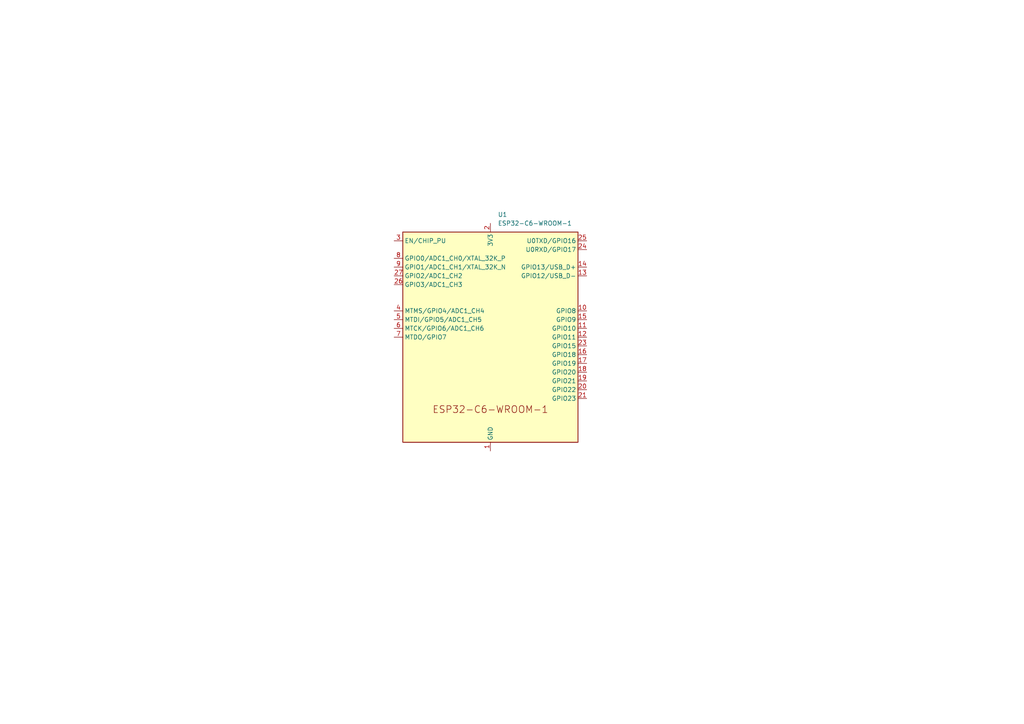
<source format=kicad_sch>
(kicad_sch (version 20250114) (generator "eeschema") (generator_version "9.0")
  (paper "A4")
  (lib_symbols
    (symbol "PCM_Espressif:ESP32-C6-WROOM-1"
      (property "Reference" "U" (at -25.4 35.56 0))
      (property "Value" "ESP32-C6-WROOM-1" (at -25.4 33.02 0))
      (symbol "ESP32-C6-WROOM-1_0_0"
        (text "ESP32-C6-WROOM-1" (at 0 -20.955 0) (effects (font (size 2 2))))
      )
      (symbol "ESP32-C6-WROOM-1_0_1"
        (rectangle (start -25.4 30.48) (end 25.4 -30.48) (stroke (width 0.254)) (fill (type background)))
      )
      (symbol "ESP32-C6-WROOM-1_1_1"
        (pin input line (at -27.94 27.94 0) (length 2.54) (name "EN/CHIP_PU") (number "3"))
        (pin bidirectional line (at -27.94 22.86 0) (length 2.54) (name "GPIO0/ADC1_CH0/XTAL_32K_P") (number "8"))
        (pin bidirectional line (at -27.94 20.32 0) (length 2.54) (name "GPIO1/ADC1_CH1/XTAL_32K_N") (number "9"))
        (pin bidirectional line (at -27.94 17.78 0) (length 2.54) (name "GPIO2/ADC1_CH2") (number "27"))
        (pin bidirectional line (at -27.94 15.24 0) (length 2.54) (name "GPIO3/ADC1_CH3") (number "26"))
        (pin bidirectional line (at -27.94 7.62 0) (length 2.54) (name "MTMS/GPIO4/ADC1_CH4") (number "4"))
        (pin bidirectional line (at -27.94 5.08 0) (length 2.54) (name "MTDI/GPIO5/ADC1_CH5") (number "5"))
        (pin bidirectional line (at -27.94 2.54 0) (length 2.54) (name "MTCK/GPIO6/ADC1_CH6") (number "6"))
        (pin bidirectional line (at -27.94 0 0) (length 2.54) (name "MTDO/GPIO7") (number "7"))
        (pin no_connect line (at -25.4 -12.7 0) (length 2.54) (hide yes) (name "NC") (number "22"))
        (pin power_in line (at 0 33.02 270) (length 2.54) (name "3V3") (number "2"))
        (pin power_in line (at 0 -33.02 90) (length 2.54) (name "GND") (number "1"))
        (pin passive line (at 0 -33.02 90) (length 2.54) (hide yes) (name "GND") (number "28"))
        (pin passive line (at 0 -33.02 90) (length 2.54) (hide yes) (name "GND") (number "29"))
        (pin bidirectional line (at 27.94 27.94 180) (length 2.54) (name "U0TXD/GPIO16") (number "25"))
        (pin bidirectional line (at 27.94 25.4 180) (length 2.54) (name "U0RXD/GPIO17") (number "24"))
        (pin bidirectional line (at 27.94 20.32 180) (length 2.54) (name "GPIO13/USB_D+") (number "14"))
        (pin bidirectional line (at 27.94 17.78 180) (length 2.54) (name "GPIO12/USB_D-") (number "13"))
        (pin bidirectional line (at 27.94 7.62 180) (length 2.54) (name "GPIO8") (number "10"))
        (pin bidirectional line (at 27.94 5.08 180) (length 2.54) (name "GPIO9") (number "15"))
        (pin bidirectional line (at 27.94 2.54 180) (length 2.54) (name "GPIO10") (number "11"))
        (pin bidirectional line (at 27.94 0 180) (length 2.54) (name "GPIO11") (number "12"))
        (pin bidirectional line (at 27.94 -2.54 180) (length 2.54) (name "GPIO15") (number "23"))
        (pin bidirectional line (at 27.94 -5.08 180) (length 2.54) (name "GPIO18") (number "16"))
        (pin bidirectional line (at 27.94 -7.62 180) (length 2.54) (name "GPIO19") (number "17"))
        (pin bidirectional line (at 27.94 -10.16 180) (length 2.54) (name "GPIO20") (number "18"))
        (pin bidirectional line (at 27.94 -12.7 180) (length 2.54) (name "GPIO21") (number "19"))
        (pin bidirectional line (at 27.94 -15.24 180) (length 2.54) (name "GPIO22") (number "20"))
        (pin bidirectional line (at 27.94 -17.78 180) (length 2.54) (name "GPIO23") (number "21"))
      )
    )
  )
  (symbol (lib_id "PCM_Espressif:ESP32-C6-WROOM-1") (at 142.24 97.79 0) (unit 1)
    (property "Reference" "U1" (at 144.3833 62.23 0) (effects (justify left)))
    (property "Value" "ESP32-C6-WROOM-1" (at 144.3833 64.77 0) (effects (justify left)))
    (property "Footprint" "PCM_Espressif:ESP32-C6-WROOM-1" (effects (hide yes)))
    (property "Datasheet" "https://www.espressif.com/sites/default/files/documentation/esp32-c6-wroom-1_wroom-1u_datasheet_en.pdf" (effects (hide yes)))
    (property "Description" "ESP32-C6-WROOM-1/U is a module that supports 2.4 GHz Wi-Fi 6 (802.11 ax), Bluetooth® 5 (LE), Zigbee and Thread (802.15.4)" (effects (hide yes)))
  )
)
</source>
